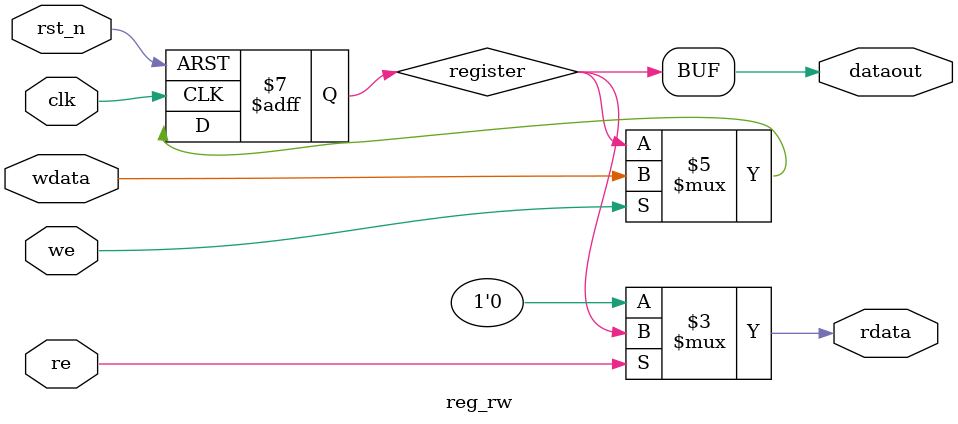
<source format=v>
/*
 * *****************************************************************
 * File: reg_rw.v
 * Category: Common
 * File Created: 2019/01/26 16:45
 * Author: Masaru Aoki ( masaru.aoki.1972@gmail.com )
 * *****
 * Last Modified: 2019/01/27 07:35
 * Modified By: Masaru Aoki ( masaru.aoki.1972@gmail.com )
 * *****
 * Copyright 2018 - 2019  Project RockWave
 * *****************************************************************
 * Description:
 *   Read / Write Register
 *       CORE -> Peripheral
 * *****************************************************************
 * HISTORY:
 * Date      	By        	Comments
 * ----------	----------	----------------------------------------
 * 2019/01/26	Masaru Aoki	First Version
 * *****************************************************************
 */

module reg_rw(
    input clk,                  // Global Clock
    input rst_n,                // Global Reset
    input [BW-1:0] wdata,       // Write Data
    input            we,        // Write Enable
    input            re,        // Read  Enable

    output [BW-1:0] rdata,      // Read Data for BUS
    output [BW-1:0] dataout     // Data out for Peripheral
);

    parameter BW = 1;            // BitWidth

    reg [BW-1:0] register;      // Register Block

    always @(posedge clk or negedge rst_n) begin
        if(~rst_n)
            register <= {BW{1'b0}};
        else if(we)
            register <= wdata;
        else
            register <= register;
    end

    assign rdata = (re ? register : {BW{1'b0}});
    assign dataout = register;

endmodule   // reg_rw
</source>
